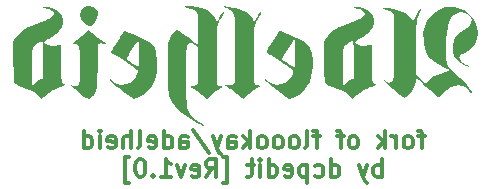
<source format=gbo>
G04 #@! TF.GenerationSoftware,KiCad,Pcbnew,(6.0.1-0)*
G04 #@! TF.CreationDate,2022-07-20T07:33:23-07:00*
G04 #@! TF.ProjectId,plate,706c6174-652e-46b6-9963-61645f706362,rev?*
G04 #@! TF.SameCoordinates,Original*
G04 #@! TF.FileFunction,Legend,Bot*
G04 #@! TF.FilePolarity,Positive*
%FSLAX46Y46*%
G04 Gerber Fmt 4.6, Leading zero omitted, Abs format (unit mm)*
G04 Created by KiCad (PCBNEW (6.0.1-0)) date 2022-07-20 07:33:23*
%MOMM*%
%LPD*%
G01*
G04 APERTURE LIST*
%ADD10C,0.300000*%
%ADD11C,0.500000*%
G04 APERTURE END LIST*
D10*
X324098214Y-342260071D02*
X323526785Y-342260071D01*
X323883928Y-343260071D02*
X323883928Y-341974357D01*
X323812500Y-341831500D01*
X323669642Y-341760071D01*
X323526785Y-341760071D01*
X322812500Y-343260071D02*
X322955357Y-343188642D01*
X323026785Y-343117214D01*
X323098214Y-342974357D01*
X323098214Y-342545785D01*
X323026785Y-342402928D01*
X322955357Y-342331500D01*
X322812500Y-342260071D01*
X322598214Y-342260071D01*
X322455357Y-342331500D01*
X322383928Y-342402928D01*
X322312500Y-342545785D01*
X322312500Y-342974357D01*
X322383928Y-343117214D01*
X322455357Y-343188642D01*
X322598214Y-343260071D01*
X322812500Y-343260071D01*
X321669642Y-343260071D02*
X321669642Y-342260071D01*
X321669642Y-342545785D02*
X321598214Y-342402928D01*
X321526785Y-342331500D01*
X321383928Y-342260071D01*
X321241071Y-342260071D01*
X320741071Y-343260071D02*
X320741071Y-341760071D01*
X320598214Y-342688642D02*
X320169642Y-343260071D01*
X320169642Y-342260071D02*
X320741071Y-342831500D01*
X318169642Y-343260071D02*
X318312500Y-343188642D01*
X318383928Y-343117214D01*
X318455357Y-342974357D01*
X318455357Y-342545785D01*
X318383928Y-342402928D01*
X318312500Y-342331500D01*
X318169642Y-342260071D01*
X317955357Y-342260071D01*
X317812500Y-342331500D01*
X317741071Y-342402928D01*
X317669642Y-342545785D01*
X317669642Y-342974357D01*
X317741071Y-343117214D01*
X317812500Y-343188642D01*
X317955357Y-343260071D01*
X318169642Y-343260071D01*
X317241071Y-342260071D02*
X316669642Y-342260071D01*
X317026785Y-343260071D02*
X317026785Y-341974357D01*
X316955357Y-341831500D01*
X316812500Y-341760071D01*
X316669642Y-341760071D01*
X315241071Y-342260071D02*
X314669642Y-342260071D01*
X315026785Y-343260071D02*
X315026785Y-341974357D01*
X314955357Y-341831500D01*
X314812500Y-341760071D01*
X314669642Y-341760071D01*
X313955357Y-343260071D02*
X314098214Y-343188642D01*
X314169642Y-343045785D01*
X314169642Y-341760071D01*
X313169642Y-343260071D02*
X313312500Y-343188642D01*
X313383928Y-343117214D01*
X313455357Y-342974357D01*
X313455357Y-342545785D01*
X313383928Y-342402928D01*
X313312500Y-342331500D01*
X313169642Y-342260071D01*
X312955357Y-342260071D01*
X312812500Y-342331500D01*
X312741071Y-342402928D01*
X312669642Y-342545785D01*
X312669642Y-342974357D01*
X312741071Y-343117214D01*
X312812500Y-343188642D01*
X312955357Y-343260071D01*
X313169642Y-343260071D01*
X311812500Y-343260071D02*
X311955357Y-343188642D01*
X312026785Y-343117214D01*
X312098214Y-342974357D01*
X312098214Y-342545785D01*
X312026785Y-342402928D01*
X311955357Y-342331500D01*
X311812500Y-342260071D01*
X311598214Y-342260071D01*
X311455357Y-342331500D01*
X311383928Y-342402928D01*
X311312500Y-342545785D01*
X311312500Y-342974357D01*
X311383928Y-343117214D01*
X311455357Y-343188642D01*
X311598214Y-343260071D01*
X311812500Y-343260071D01*
X310455357Y-343260071D02*
X310598214Y-343188642D01*
X310669642Y-343117214D01*
X310741071Y-342974357D01*
X310741071Y-342545785D01*
X310669642Y-342402928D01*
X310598214Y-342331500D01*
X310455357Y-342260071D01*
X310241071Y-342260071D01*
X310098214Y-342331500D01*
X310026785Y-342402928D01*
X309955357Y-342545785D01*
X309955357Y-342974357D01*
X310026785Y-343117214D01*
X310098214Y-343188642D01*
X310241071Y-343260071D01*
X310455357Y-343260071D01*
X309312500Y-343260071D02*
X309312500Y-341760071D01*
X309169642Y-342688642D02*
X308741071Y-343260071D01*
X308741071Y-342260071D02*
X309312500Y-342831500D01*
X307455357Y-343260071D02*
X307455357Y-342474357D01*
X307526785Y-342331500D01*
X307669642Y-342260071D01*
X307955357Y-342260071D01*
X308098214Y-342331500D01*
X307455357Y-343188642D02*
X307598214Y-343260071D01*
X307955357Y-343260071D01*
X308098214Y-343188642D01*
X308169642Y-343045785D01*
X308169642Y-342902928D01*
X308098214Y-342760071D01*
X307955357Y-342688642D01*
X307598214Y-342688642D01*
X307455357Y-342617214D01*
X306883928Y-342260071D02*
X306526785Y-343260071D01*
X306169642Y-342260071D02*
X306526785Y-343260071D01*
X306669642Y-343617214D01*
X306741071Y-343688642D01*
X306883928Y-343760071D01*
X304526785Y-341688642D02*
X305812500Y-343617214D01*
X303383928Y-343260071D02*
X303383928Y-342474357D01*
X303455357Y-342331500D01*
X303598214Y-342260071D01*
X303883928Y-342260071D01*
X304026785Y-342331500D01*
X303383928Y-343188642D02*
X303526785Y-343260071D01*
X303883928Y-343260071D01*
X304026785Y-343188642D01*
X304098214Y-343045785D01*
X304098214Y-342902928D01*
X304026785Y-342760071D01*
X303883928Y-342688642D01*
X303526785Y-342688642D01*
X303383928Y-342617214D01*
X302026785Y-343260071D02*
X302026785Y-341760071D01*
X302026785Y-343188642D02*
X302169642Y-343260071D01*
X302455357Y-343260071D01*
X302598214Y-343188642D01*
X302669642Y-343117214D01*
X302741071Y-342974357D01*
X302741071Y-342545785D01*
X302669642Y-342402928D01*
X302598214Y-342331500D01*
X302455357Y-342260071D01*
X302169642Y-342260071D01*
X302026785Y-342331500D01*
X300741071Y-343188642D02*
X300883928Y-343260071D01*
X301169642Y-343260071D01*
X301312500Y-343188642D01*
X301383928Y-343045785D01*
X301383928Y-342474357D01*
X301312500Y-342331500D01*
X301169642Y-342260071D01*
X300883928Y-342260071D01*
X300741071Y-342331500D01*
X300669642Y-342474357D01*
X300669642Y-342617214D01*
X301383928Y-342760071D01*
X299812500Y-343260071D02*
X299955357Y-343188642D01*
X300026785Y-343045785D01*
X300026785Y-341760071D01*
X299241071Y-343260071D02*
X299241071Y-341760071D01*
X298598214Y-343260071D02*
X298598214Y-342474357D01*
X298669642Y-342331500D01*
X298812500Y-342260071D01*
X299026785Y-342260071D01*
X299169642Y-342331500D01*
X299241071Y-342402928D01*
X297312500Y-343188642D02*
X297455357Y-343260071D01*
X297741071Y-343260071D01*
X297883928Y-343188642D01*
X297955357Y-343045785D01*
X297955357Y-342474357D01*
X297883928Y-342331500D01*
X297741071Y-342260071D01*
X297455357Y-342260071D01*
X297312500Y-342331500D01*
X297241071Y-342474357D01*
X297241071Y-342617214D01*
X297955357Y-342760071D01*
X296598214Y-343260071D02*
X296598214Y-342260071D01*
X296598214Y-341760071D02*
X296669642Y-341831500D01*
X296598214Y-341902928D01*
X296526785Y-341831500D01*
X296598214Y-341760071D01*
X296598214Y-341902928D01*
X295241071Y-343260071D02*
X295241071Y-341760071D01*
X295241071Y-343188642D02*
X295383928Y-343260071D01*
X295669642Y-343260071D01*
X295812500Y-343188642D01*
X295883928Y-343117214D01*
X295955357Y-342974357D01*
X295955357Y-342545785D01*
X295883928Y-342402928D01*
X295812500Y-342331500D01*
X295669642Y-342260071D01*
X295383928Y-342260071D01*
X295241071Y-342331500D01*
X320455357Y-345675071D02*
X320455357Y-344175071D01*
X320455357Y-344746500D02*
X320312500Y-344675071D01*
X320026785Y-344675071D01*
X319883928Y-344746500D01*
X319812500Y-344817928D01*
X319741071Y-344960785D01*
X319741071Y-345389357D01*
X319812500Y-345532214D01*
X319883928Y-345603642D01*
X320026785Y-345675071D01*
X320312500Y-345675071D01*
X320455357Y-345603642D01*
X319241071Y-344675071D02*
X318883928Y-345675071D01*
X318526785Y-344675071D02*
X318883928Y-345675071D01*
X319026785Y-346032214D01*
X319098214Y-346103642D01*
X319241071Y-346175071D01*
X316169642Y-345675071D02*
X316169642Y-344175071D01*
X316169642Y-345603642D02*
X316312500Y-345675071D01*
X316598214Y-345675071D01*
X316741071Y-345603642D01*
X316812500Y-345532214D01*
X316883928Y-345389357D01*
X316883928Y-344960785D01*
X316812500Y-344817928D01*
X316741071Y-344746500D01*
X316598214Y-344675071D01*
X316312500Y-344675071D01*
X316169642Y-344746500D01*
X314812500Y-345603642D02*
X314955357Y-345675071D01*
X315241071Y-345675071D01*
X315383928Y-345603642D01*
X315455357Y-345532214D01*
X315526785Y-345389357D01*
X315526785Y-344960785D01*
X315455357Y-344817928D01*
X315383928Y-344746500D01*
X315241071Y-344675071D01*
X314955357Y-344675071D01*
X314812500Y-344746500D01*
X314169642Y-344675071D02*
X314169642Y-346175071D01*
X314169642Y-344746500D02*
X314026785Y-344675071D01*
X313741071Y-344675071D01*
X313598214Y-344746500D01*
X313526785Y-344817928D01*
X313455357Y-344960785D01*
X313455357Y-345389357D01*
X313526785Y-345532214D01*
X313598214Y-345603642D01*
X313741071Y-345675071D01*
X314026785Y-345675071D01*
X314169642Y-345603642D01*
X312241071Y-345603642D02*
X312383928Y-345675071D01*
X312669642Y-345675071D01*
X312812500Y-345603642D01*
X312883928Y-345460785D01*
X312883928Y-344889357D01*
X312812500Y-344746500D01*
X312669642Y-344675071D01*
X312383928Y-344675071D01*
X312241071Y-344746500D01*
X312169642Y-344889357D01*
X312169642Y-345032214D01*
X312883928Y-345175071D01*
X310883928Y-345675071D02*
X310883928Y-344175071D01*
X310883928Y-345603642D02*
X311026785Y-345675071D01*
X311312500Y-345675071D01*
X311455357Y-345603642D01*
X311526785Y-345532214D01*
X311598214Y-345389357D01*
X311598214Y-344960785D01*
X311526785Y-344817928D01*
X311455357Y-344746500D01*
X311312500Y-344675071D01*
X311026785Y-344675071D01*
X310883928Y-344746500D01*
X310169642Y-345675071D02*
X310169642Y-344675071D01*
X310169642Y-344175071D02*
X310241071Y-344246500D01*
X310169642Y-344317928D01*
X310098214Y-344246500D01*
X310169642Y-344175071D01*
X310169642Y-344317928D01*
X309669642Y-344675071D02*
X309098214Y-344675071D01*
X309455357Y-344175071D02*
X309455357Y-345460785D01*
X309383928Y-345603642D01*
X309241071Y-345675071D01*
X309098214Y-345675071D01*
X307026785Y-346175071D02*
X307383928Y-346175071D01*
X307383928Y-344032214D01*
X307026785Y-344032214D01*
X305598214Y-345675071D02*
X306098214Y-344960785D01*
X306455357Y-345675071D02*
X306455357Y-344175071D01*
X305883928Y-344175071D01*
X305741071Y-344246500D01*
X305669642Y-344317928D01*
X305598214Y-344460785D01*
X305598214Y-344675071D01*
X305669642Y-344817928D01*
X305741071Y-344889357D01*
X305883928Y-344960785D01*
X306455357Y-344960785D01*
X304383928Y-345603642D02*
X304526785Y-345675071D01*
X304812500Y-345675071D01*
X304955357Y-345603642D01*
X305026785Y-345460785D01*
X305026785Y-344889357D01*
X304955357Y-344746500D01*
X304812500Y-344675071D01*
X304526785Y-344675071D01*
X304383928Y-344746500D01*
X304312500Y-344889357D01*
X304312500Y-345032214D01*
X305026785Y-345175071D01*
X303812500Y-344675071D02*
X303455357Y-345675071D01*
X303098214Y-344675071D01*
X301741071Y-345675071D02*
X302598214Y-345675071D01*
X302169642Y-345675071D02*
X302169642Y-344175071D01*
X302312500Y-344389357D01*
X302455357Y-344532214D01*
X302598214Y-344603642D01*
X301098214Y-345532214D02*
X301026785Y-345603642D01*
X301098214Y-345675071D01*
X301169642Y-345603642D01*
X301098214Y-345532214D01*
X301098214Y-345675071D01*
X300098214Y-344175071D02*
X299955357Y-344175071D01*
X299812500Y-344246500D01*
X299741071Y-344317928D01*
X299669642Y-344460785D01*
X299598214Y-344746500D01*
X299598214Y-345103642D01*
X299669642Y-345389357D01*
X299741071Y-345532214D01*
X299812500Y-345603642D01*
X299955357Y-345675071D01*
X300098214Y-345675071D01*
X300241071Y-345603642D01*
X300312500Y-345532214D01*
X300383928Y-345389357D01*
X300455357Y-345103642D01*
X300455357Y-344746500D01*
X300383928Y-344460785D01*
X300312500Y-344317928D01*
X300241071Y-344246500D01*
X300098214Y-344175071D01*
X299098214Y-346175071D02*
X298741071Y-346175071D01*
X298741071Y-344032214D01*
X299098214Y-344032214D01*
G36*
X304355764Y-331219476D02*
G01*
X304835536Y-331281606D01*
X305282754Y-331408939D01*
X305681524Y-331593076D01*
X306015947Y-331825620D01*
X306270129Y-332098173D01*
X306428172Y-332402335D01*
X306493676Y-332600814D01*
X306650042Y-332314876D01*
X306800601Y-332053897D01*
X306939834Y-331845811D01*
X307046506Y-331726357D01*
X307114344Y-331703793D01*
X307123155Y-331720109D01*
X307098033Y-331806367D01*
X307018734Y-331931505D01*
X307004375Y-331951203D01*
X306906307Y-332113868D01*
X306794193Y-332334614D01*
X306689564Y-332571569D01*
X306509065Y-333016714D01*
X306491887Y-335398152D01*
X306488022Y-335936089D01*
X306485147Y-336452462D01*
X306485157Y-336872892D01*
X306489340Y-337207232D01*
X306498987Y-337465336D01*
X306515386Y-337657057D01*
X306539827Y-337792249D01*
X306573600Y-337880765D01*
X306617993Y-337932458D01*
X306674297Y-337957182D01*
X306743799Y-337964791D01*
X306827791Y-337965138D01*
X306881063Y-337967176D01*
X306977518Y-337999207D01*
X306968531Y-338068310D01*
X306855387Y-338172148D01*
X306639368Y-338308381D01*
X306444803Y-338431248D01*
X306191496Y-338616002D01*
X305971522Y-338800510D01*
X305656232Y-339092414D01*
X305289512Y-338781315D01*
X305274713Y-338768812D01*
X305050789Y-338588437D01*
X304814523Y-338410966D01*
X304614690Y-338273126D01*
X304579499Y-338250421D01*
X304398445Y-338122622D01*
X304319895Y-338040942D01*
X304342787Y-338003485D01*
X304466056Y-338008358D01*
X304580678Y-338005753D01*
X304766394Y-337917773D01*
X304907263Y-337803782D01*
X304924877Y-336233035D01*
X304942490Y-334662289D01*
X304671938Y-334483082D01*
X304502984Y-334380486D01*
X304334060Y-334315911D01*
X304202056Y-334327908D01*
X304082463Y-334413587D01*
X304059088Y-334439527D01*
X304019070Y-334503013D01*
X303986266Y-334591556D01*
X303960126Y-334715082D01*
X303940100Y-334883515D01*
X303925639Y-335106784D01*
X303916194Y-335394814D01*
X303911216Y-335757530D01*
X303910155Y-336204861D01*
X303912463Y-336746730D01*
X303917589Y-337393066D01*
X303920635Y-337724452D01*
X303925817Y-338234909D01*
X303931259Y-338649818D01*
X303937668Y-338981281D01*
X303945753Y-339241399D01*
X303956224Y-339442271D01*
X303969787Y-339596001D01*
X303987153Y-339714687D01*
X304009029Y-339810432D01*
X304036123Y-339895336D01*
X304069146Y-339981501D01*
X304184154Y-340215566D01*
X304443465Y-340572390D01*
X304771605Y-340883105D01*
X305140572Y-341118008D01*
X305157973Y-341126633D01*
X305334952Y-341221814D01*
X305460331Y-341302518D01*
X305507939Y-341352071D01*
X305499734Y-341372720D01*
X305437308Y-341377313D01*
X305305230Y-341335230D01*
X305093682Y-341242971D01*
X304792849Y-341097035D01*
X304287569Y-340817730D01*
X303775890Y-340472472D01*
X303328131Y-340101597D01*
X302960761Y-339718884D01*
X302690251Y-339338111D01*
X302679941Y-339320159D01*
X302601700Y-339174631D01*
X302537494Y-339029626D01*
X302485901Y-338872374D01*
X302445503Y-338690104D01*
X302414878Y-338470047D01*
X302392607Y-338199433D01*
X302377270Y-337865492D01*
X302367448Y-337455453D01*
X302361720Y-336956547D01*
X302358666Y-336356003D01*
X302351863Y-334319175D01*
X302506480Y-334011188D01*
X302526776Y-333971596D01*
X302658305Y-333744694D01*
X302801231Y-333537642D01*
X302939142Y-333370660D01*
X303055625Y-333263969D01*
X303134265Y-333237790D01*
X303158102Y-333250637D01*
X303266823Y-333320863D01*
X303441133Y-333439821D01*
X303662936Y-333595065D01*
X303914135Y-333774149D01*
X304024941Y-333853700D01*
X304279564Y-334035588D01*
X304504770Y-334195253D01*
X304679452Y-334317769D01*
X304782500Y-334388209D01*
X304943772Y-334493837D01*
X304925518Y-333174784D01*
X304921194Y-332879835D01*
X304914448Y-332523321D01*
X304906149Y-332256035D01*
X304894912Y-332062873D01*
X304879350Y-331928729D01*
X304858076Y-331838496D01*
X304829705Y-331777071D01*
X304792849Y-331729347D01*
X304616631Y-331582681D01*
X304331877Y-331441318D01*
X304004907Y-331356658D01*
X303958592Y-331349295D01*
X303796433Y-331311746D01*
X303742560Y-331275419D01*
X303791922Y-331244406D01*
X303939470Y-331222799D01*
X304180154Y-331214687D01*
X304355764Y-331219476D01*
G37*
G36*
X314624146Y-335799417D02*
G01*
X314640172Y-336308405D01*
X314605103Y-336805531D01*
X314520013Y-337260111D01*
X314385973Y-337641461D01*
X314182359Y-338002443D01*
X313855139Y-338395198D01*
X313445628Y-338716161D01*
X312944876Y-338973606D01*
X312802807Y-339032342D01*
X312672273Y-339085454D01*
X312616671Y-339106864D01*
X312607025Y-339101043D01*
X312525658Y-339041774D01*
X312372641Y-338926635D01*
X312161159Y-338765645D01*
X311904398Y-338568823D01*
X311615545Y-338346189D01*
X311514963Y-338268006D01*
X311228041Y-338039523D01*
X310980896Y-337834634D01*
X310786495Y-337664562D01*
X310657804Y-337540535D01*
X310607792Y-337473779D01*
X310607702Y-337473291D01*
X310606052Y-337413870D01*
X310647665Y-337425957D01*
X310750810Y-337514792D01*
X310909928Y-337641057D01*
X311239314Y-337803112D01*
X311589098Y-337867025D01*
X311939666Y-337835798D01*
X312271404Y-337712430D01*
X312564699Y-337499923D01*
X312799937Y-337201278D01*
X312840951Y-337126884D01*
X312926829Y-336940349D01*
X312975912Y-336788465D01*
X312978735Y-336773144D01*
X312982669Y-336720279D01*
X312967598Y-336668641D01*
X312922460Y-336609257D01*
X312836196Y-336533155D01*
X312697744Y-336431361D01*
X312496046Y-336294904D01*
X312220039Y-336114811D01*
X311858665Y-335882109D01*
X311641640Y-335742267D01*
X311610885Y-335722306D01*
X312021738Y-335722306D01*
X312039606Y-335764217D01*
X312073734Y-335791382D01*
X312197109Y-335876695D01*
X312378400Y-335994576D01*
X312591862Y-336128062D01*
X312721978Y-336207375D01*
X312905659Y-336317152D01*
X313036543Y-336392533D01*
X313092425Y-336420543D01*
X313095379Y-336411190D01*
X313102130Y-336314736D01*
X313107936Y-336127042D01*
X313112480Y-335864561D01*
X313115440Y-335543747D01*
X313116498Y-335181053D01*
X313116279Y-335024685D01*
X313114131Y-334680544D01*
X313109983Y-334386924D01*
X313104196Y-334159798D01*
X313097128Y-334015138D01*
X313089142Y-333968919D01*
X313059191Y-334011005D01*
X312975646Y-334135821D01*
X312849717Y-334327014D01*
X312691932Y-334568592D01*
X312512814Y-334844564D01*
X312345605Y-335105144D01*
X312192019Y-335352746D01*
X312091286Y-335529512D01*
X312036745Y-335648385D01*
X312021738Y-335722306D01*
X311610885Y-335722306D01*
X311339610Y-335546238D01*
X311080003Y-335376048D01*
X310876324Y-335240626D01*
X310742078Y-335148904D01*
X310690769Y-335109812D01*
X310693218Y-335096566D01*
X310739065Y-335005359D01*
X310831865Y-334845251D01*
X310959797Y-334634731D01*
X311111040Y-334392290D01*
X311273773Y-334136417D01*
X311436175Y-333885604D01*
X311586424Y-333658341D01*
X311712700Y-333473117D01*
X311803182Y-333348424D01*
X311846048Y-333302750D01*
X311846771Y-333302799D01*
X311914104Y-333326307D01*
X312068645Y-333387974D01*
X312293402Y-333480787D01*
X312571387Y-333597735D01*
X312885608Y-333731804D01*
X313049862Y-333802932D01*
X313451116Y-333984971D01*
X313763225Y-334144662D01*
X314000236Y-334293184D01*
X314176198Y-334441717D01*
X314305158Y-334601438D01*
X314401165Y-334783526D01*
X314478265Y-334999161D01*
X314523836Y-335181053D01*
X314555955Y-335309254D01*
X314624146Y-335799417D01*
G37*
G36*
X293322881Y-336096156D02*
G01*
X293325274Y-336571118D01*
X293332145Y-336946493D01*
X293345009Y-337234242D01*
X293365384Y-337446321D01*
X293394787Y-337594690D01*
X293434732Y-337691307D01*
X293486739Y-337748131D01*
X293552322Y-337777120D01*
X293576239Y-337783970D01*
X293658778Y-337835291D01*
X293629826Y-337900964D01*
X293490926Y-337979531D01*
X293243621Y-338069528D01*
X293193656Y-338086157D01*
X292905982Y-338205471D01*
X292593509Y-338366244D01*
X292289483Y-338548796D01*
X292027147Y-338733449D01*
X291839746Y-338900525D01*
X291820787Y-338920990D01*
X291727102Y-339014195D01*
X291675732Y-339052075D01*
X291646386Y-339032435D01*
X291555727Y-338950182D01*
X291430632Y-338825613D01*
X291261975Y-338671842D01*
X291020873Y-338509286D01*
X290717661Y-338361843D01*
X290326578Y-338215274D01*
X290047065Y-338111371D01*
X289717974Y-337952073D01*
X289493859Y-337786071D01*
X289369051Y-337609779D01*
X289355290Y-337570113D01*
X289333003Y-337459563D01*
X289315977Y-337294395D01*
X289303671Y-337062655D01*
X289295548Y-336752390D01*
X289291614Y-336400399D01*
X290862894Y-336400399D01*
X290862897Y-336433291D01*
X290863473Y-336840274D01*
X290864950Y-337205924D01*
X290867195Y-337515625D01*
X290870073Y-337754759D01*
X290873452Y-337908712D01*
X290877196Y-337962866D01*
X290918889Y-337929792D01*
X291022421Y-337838530D01*
X291163911Y-337709830D01*
X291303524Y-337593978D01*
X291474427Y-337480109D01*
X291607267Y-337421520D01*
X291778209Y-337383975D01*
X291778209Y-335786718D01*
X291778128Y-335549959D01*
X291777146Y-335130021D01*
X291774423Y-334806250D01*
X291769185Y-334566275D01*
X291760654Y-334397727D01*
X291748056Y-334288236D01*
X291730614Y-334225431D01*
X291707553Y-334196944D01*
X291678097Y-334190403D01*
X291665625Y-334190921D01*
X291504373Y-334239070D01*
X291312723Y-334347374D01*
X291129443Y-334490259D01*
X290993302Y-334642149D01*
X290959267Y-334694914D01*
X290928056Y-334756812D01*
X290904432Y-334833460D01*
X290887340Y-334939094D01*
X290875723Y-335087954D01*
X290868527Y-335294276D01*
X290864693Y-335572299D01*
X290863168Y-335936261D01*
X290862894Y-336400399D01*
X289291614Y-336400399D01*
X289291069Y-336351647D01*
X289289696Y-335848471D01*
X289289696Y-334275273D01*
X289452250Y-333944233D01*
X289573422Y-333743172D01*
X289802770Y-333488049D01*
X290115003Y-333246766D01*
X290517961Y-333014317D01*
X291019486Y-332785700D01*
X291627418Y-332555908D01*
X291923994Y-332447603D01*
X292225452Y-332320452D01*
X292441171Y-332202470D01*
X292585975Y-332085225D01*
X292674687Y-331960287D01*
X292701041Y-331889242D01*
X292687897Y-331730447D01*
X292573249Y-331595495D01*
X292365692Y-331492007D01*
X292073823Y-331427603D01*
X292008569Y-331418269D01*
X291865330Y-331389670D01*
X291792554Y-331362515D01*
X291769477Y-331315897D01*
X291823051Y-331284038D01*
X291948064Y-331278296D01*
X292123190Y-331295460D01*
X292327104Y-331332321D01*
X292538479Y-331385667D01*
X292735990Y-331452288D01*
X292898310Y-331528975D01*
X293178479Y-331749992D01*
X293376272Y-332031166D01*
X293479077Y-332349920D01*
X293480924Y-332687543D01*
X293375842Y-333025326D01*
X293345153Y-333083278D01*
X293156433Y-333339119D01*
X292894291Y-333593512D01*
X292588472Y-333820436D01*
X292268720Y-333993869D01*
X292250641Y-334001819D01*
X292069580Y-334090431D01*
X291941322Y-334169209D01*
X291892624Y-334221929D01*
X291931714Y-334321101D01*
X292062711Y-334423766D01*
X292262258Y-334505171D01*
X292505775Y-334558190D01*
X292768679Y-334575698D01*
X293026389Y-334550569D01*
X293322804Y-334491961D01*
X293322804Y-335967393D01*
X293322881Y-336096156D01*
G37*
G36*
X307238457Y-331239889D02*
G01*
X307254882Y-331243335D01*
X307389966Y-331270678D01*
X307592343Y-331310798D01*
X307824831Y-331356312D01*
X308130881Y-331421490D01*
X308585963Y-331548937D01*
X308944237Y-331697996D01*
X309216530Y-331874830D01*
X309413668Y-332085605D01*
X309546477Y-332336483D01*
X309644402Y-332592896D01*
X309794676Y-332318544D01*
X309816961Y-332278252D01*
X309965583Y-332029845D01*
X310097641Y-331842783D01*
X310202268Y-331731054D01*
X310268593Y-331708646D01*
X310279721Y-331763129D01*
X310230948Y-331863720D01*
X310133590Y-332014047D01*
X309986238Y-332284141D01*
X309845288Y-332583933D01*
X309733713Y-332867064D01*
X309713201Y-332930817D01*
X309689669Y-333023493D01*
X309670805Y-333133793D01*
X309656102Y-333273815D01*
X309645053Y-333455659D01*
X309637150Y-333691422D01*
X309631886Y-333993203D01*
X309628755Y-334373102D01*
X309627248Y-334843216D01*
X309626858Y-335415644D01*
X309626875Y-335637629D01*
X309627534Y-336198435D01*
X309630187Y-336658336D01*
X309636225Y-337027340D01*
X309647040Y-337315453D01*
X309664022Y-337532684D01*
X309688563Y-337689039D01*
X309722054Y-337794526D01*
X309765887Y-337859151D01*
X309821452Y-337892922D01*
X309890141Y-337905846D01*
X309973345Y-337907930D01*
X310091645Y-337919811D01*
X310132584Y-337962996D01*
X310066470Y-338034736D01*
X309894425Y-338131853D01*
X309824522Y-338171060D01*
X309644497Y-338295613D01*
X309432911Y-338463293D01*
X309222240Y-338649111D01*
X309095977Y-338765373D01*
X308930899Y-338911084D01*
X308808475Y-339011374D01*
X308748676Y-339049365D01*
X308719057Y-339036837D01*
X308612833Y-338966856D01*
X308453425Y-338849001D01*
X308262415Y-338698830D01*
X308188534Y-338639994D01*
X307935993Y-338447588D01*
X307679766Y-338262946D01*
X307465353Y-338119156D01*
X307433504Y-338098943D01*
X307271137Y-337990414D01*
X307162424Y-337908336D01*
X307129453Y-337869149D01*
X307147497Y-337865028D01*
X307249239Y-337875707D01*
X307404436Y-337908876D01*
X307559509Y-337938365D01*
X307778305Y-337926255D01*
X307929342Y-337827706D01*
X308021296Y-337638920D01*
X308027328Y-337608867D01*
X308042020Y-337455412D01*
X308054475Y-337207769D01*
X308064703Y-336880668D01*
X308072714Y-336488839D01*
X308078519Y-336047013D01*
X308082127Y-335569918D01*
X308083550Y-335072286D01*
X308082796Y-334568847D01*
X308079877Y-334074331D01*
X308074803Y-333603467D01*
X308067584Y-333170987D01*
X308058229Y-332791620D01*
X308046750Y-332480097D01*
X308033157Y-332251147D01*
X308017460Y-332119501D01*
X307996323Y-332036315D01*
X307856204Y-331742487D01*
X307636551Y-331522400D01*
X307349416Y-331389229D01*
X307279076Y-331367174D01*
X307162539Y-331311839D01*
X307108544Y-331260903D01*
X307129661Y-331231281D01*
X307238457Y-331239889D01*
G37*
G36*
X301466488Y-335799417D02*
G01*
X301482514Y-336308405D01*
X301447446Y-336805531D01*
X301362356Y-337260111D01*
X301228315Y-337641461D01*
X301024701Y-338002443D01*
X300697481Y-338395198D01*
X300287971Y-338716161D01*
X299787218Y-338973606D01*
X299645149Y-339032342D01*
X299514616Y-339085454D01*
X299459013Y-339106864D01*
X299449367Y-339101043D01*
X299368001Y-339041774D01*
X299214983Y-338926635D01*
X299003501Y-338765645D01*
X298746740Y-338568823D01*
X298457887Y-338346189D01*
X298357305Y-338268006D01*
X298070384Y-338039523D01*
X297823239Y-337834634D01*
X297628837Y-337664562D01*
X297500147Y-337540535D01*
X297450135Y-337473779D01*
X297450045Y-337473291D01*
X297448395Y-337413870D01*
X297490007Y-337425957D01*
X297593153Y-337514792D01*
X297752271Y-337641057D01*
X298081656Y-337803112D01*
X298431440Y-337867025D01*
X298782008Y-337835798D01*
X299113747Y-337712430D01*
X299407042Y-337499923D01*
X299642280Y-337201278D01*
X299683294Y-337126884D01*
X299769171Y-336940349D01*
X299818254Y-336788465D01*
X299821077Y-336773144D01*
X299825012Y-336720279D01*
X299809940Y-336668641D01*
X299764803Y-336609257D01*
X299678538Y-336533155D01*
X299540087Y-336431361D01*
X299338388Y-336294904D01*
X299062382Y-336114811D01*
X298701007Y-335882109D01*
X298483982Y-335742267D01*
X298453227Y-335722306D01*
X298864081Y-335722306D01*
X298881948Y-335764217D01*
X298916076Y-335791382D01*
X299039451Y-335876695D01*
X299220743Y-335994576D01*
X299434205Y-336128062D01*
X299564321Y-336207375D01*
X299748001Y-336317152D01*
X299878885Y-336392533D01*
X299934768Y-336420543D01*
X299937722Y-336411190D01*
X299944472Y-336314736D01*
X299950279Y-336127042D01*
X299954822Y-335864561D01*
X299957782Y-335543747D01*
X299958840Y-335181053D01*
X299958621Y-335024685D01*
X299956474Y-334680544D01*
X299952326Y-334386924D01*
X299946538Y-334159798D01*
X299939471Y-334015138D01*
X299931485Y-333968919D01*
X299901534Y-334011005D01*
X299817988Y-334135821D01*
X299692060Y-334327014D01*
X299534274Y-334568592D01*
X299355156Y-334844564D01*
X299187947Y-335105144D01*
X299034361Y-335352746D01*
X298933628Y-335529512D01*
X298879087Y-335648385D01*
X298864081Y-335722306D01*
X298453227Y-335722306D01*
X298181952Y-335546238D01*
X297922345Y-335376048D01*
X297718667Y-335240626D01*
X297584420Y-335148904D01*
X297533111Y-335109812D01*
X297535561Y-335096566D01*
X297581408Y-335005359D01*
X297674208Y-334845251D01*
X297802140Y-334634731D01*
X297953383Y-334392290D01*
X298116115Y-334136417D01*
X298278517Y-333885604D01*
X298428766Y-333658341D01*
X298555043Y-333473117D01*
X298645524Y-333348424D01*
X298688391Y-333302750D01*
X298689113Y-333302799D01*
X298756447Y-333326307D01*
X298910987Y-333387974D01*
X299135745Y-333480787D01*
X299413729Y-333597735D01*
X299727950Y-333731804D01*
X299892204Y-333802932D01*
X300293458Y-333984971D01*
X300605567Y-334144662D01*
X300842578Y-334293184D01*
X301018540Y-334441717D01*
X301147500Y-334601438D01*
X301243507Y-334783526D01*
X301320608Y-334999161D01*
X301366179Y-335181053D01*
X301398297Y-335309254D01*
X301466488Y-335799417D01*
G37*
G36*
X295868047Y-333439549D02*
G01*
X295898200Y-333468124D01*
X296163888Y-333702545D01*
X296448505Y-333928396D01*
X296719420Y-334120934D01*
X296944004Y-334255416D01*
X296979160Y-334274150D01*
X297099208Y-334362384D01*
X297113798Y-334423477D01*
X297029894Y-334445043D01*
X296854460Y-334414694D01*
X296679947Y-334384934D01*
X296527241Y-334417845D01*
X296499832Y-334434870D01*
X296471783Y-334466344D01*
X296450412Y-334520969D01*
X296434799Y-334611784D01*
X296424021Y-334751826D01*
X296417158Y-334954132D01*
X296413288Y-335231740D01*
X296411490Y-335597687D01*
X296410843Y-336065011D01*
X296408813Y-336597921D01*
X296401174Y-337120026D01*
X296385819Y-337549410D01*
X296360609Y-337897693D01*
X296323405Y-338176498D01*
X296272069Y-338397445D01*
X296204461Y-338572157D01*
X296118442Y-338712255D01*
X296011873Y-338829360D01*
X295882616Y-338935095D01*
X295828791Y-338973837D01*
X295739762Y-339027034D01*
X295653425Y-339050874D01*
X295557093Y-339038788D01*
X295438082Y-338984206D01*
X295283706Y-338880560D01*
X295081280Y-338721279D01*
X294818118Y-338499795D01*
X294481535Y-338209539D01*
X294290921Y-338039825D01*
X294165751Y-337915156D01*
X294132542Y-337858401D01*
X294191271Y-337869513D01*
X294341910Y-337948445D01*
X294404808Y-337981970D01*
X294530586Y-338015206D01*
X294658296Y-337979591D01*
X294664698Y-337976610D01*
X294742555Y-337925125D01*
X294803755Y-337845089D01*
X294849942Y-337724251D01*
X294882758Y-337550363D01*
X294903847Y-337311174D01*
X294914851Y-336994435D01*
X294917413Y-336587898D01*
X294913178Y-336079311D01*
X294910840Y-335895112D01*
X294905279Y-335506879D01*
X294898911Y-335212080D01*
X294890194Y-334995724D01*
X294877582Y-334842816D01*
X294859532Y-334738363D01*
X294834500Y-334667372D01*
X294800942Y-334614850D01*
X294757314Y-334565803D01*
X294634404Y-334469430D01*
X294456976Y-334418291D01*
X294401441Y-334416594D01*
X294315122Y-334393495D01*
X294322614Y-334338875D01*
X294427171Y-334247041D01*
X294632051Y-334112300D01*
X294641122Y-334106654D01*
X294855244Y-333954833D01*
X295092707Y-333759823D01*
X295303759Y-333562357D01*
X295638741Y-333220253D01*
X295868047Y-333439549D01*
G37*
G36*
X295796256Y-331232003D02*
G01*
X296059332Y-331308943D01*
X296273109Y-331453683D01*
X296416696Y-331651457D01*
X296469200Y-331887501D01*
X296462181Y-331983597D01*
X296383303Y-332257892D01*
X296233628Y-332529680D01*
X296034270Y-332756768D01*
X295974822Y-332806232D01*
X295846324Y-332895523D01*
X295760703Y-332930903D01*
X295694539Y-332912964D01*
X295553423Y-332832438D01*
X295390104Y-332710165D01*
X295237472Y-332571571D01*
X295128413Y-332442080D01*
X295019534Y-332227102D01*
X294963180Y-331951817D01*
X294993945Y-331694933D01*
X295105092Y-331476177D01*
X295289887Y-331315278D01*
X295541592Y-331231963D01*
X295796256Y-331232003D01*
G37*
G36*
X319638196Y-336096156D02*
G01*
X319640590Y-336571118D01*
X319647460Y-336946493D01*
X319660325Y-337234242D01*
X319680700Y-337446321D01*
X319710102Y-337594690D01*
X319750048Y-337691307D01*
X319802054Y-337748131D01*
X319867637Y-337777120D01*
X319891554Y-337783970D01*
X319974093Y-337835291D01*
X319945141Y-337900964D01*
X319806242Y-337979531D01*
X319558936Y-338069528D01*
X319508972Y-338086157D01*
X319221297Y-338205471D01*
X318908825Y-338366244D01*
X318604798Y-338548796D01*
X318342463Y-338733449D01*
X318155062Y-338900525D01*
X318136102Y-338920990D01*
X318042418Y-339014195D01*
X317991047Y-339052075D01*
X317961701Y-339032435D01*
X317871042Y-338950182D01*
X317745948Y-338825613D01*
X317577290Y-338671842D01*
X317336188Y-338509286D01*
X317032976Y-338361843D01*
X316641893Y-338215274D01*
X316362380Y-338111371D01*
X316033289Y-337952073D01*
X315809174Y-337786071D01*
X315684366Y-337609779D01*
X315670605Y-337570113D01*
X315648319Y-337459563D01*
X315631292Y-337294395D01*
X315618986Y-337062655D01*
X315610863Y-336752390D01*
X315606929Y-336400399D01*
X317178209Y-336400399D01*
X317178213Y-336433291D01*
X317178789Y-336840274D01*
X317180266Y-337205924D01*
X317182510Y-337515625D01*
X317185389Y-337754759D01*
X317188767Y-337908712D01*
X317192511Y-337962866D01*
X317234205Y-337929792D01*
X317337736Y-337838530D01*
X317479226Y-337709830D01*
X317618839Y-337593978D01*
X317789742Y-337480109D01*
X317922582Y-337421520D01*
X318093525Y-337383975D01*
X318093525Y-335786718D01*
X318093444Y-335549959D01*
X318092461Y-335130021D01*
X318089739Y-334806250D01*
X318084500Y-334566275D01*
X318075969Y-334397727D01*
X318063371Y-334288236D01*
X318045929Y-334225431D01*
X318022868Y-334196944D01*
X317993412Y-334190403D01*
X317980940Y-334190921D01*
X317819688Y-334239070D01*
X317628038Y-334347374D01*
X317444758Y-334490259D01*
X317308617Y-334642149D01*
X317274583Y-334694914D01*
X317243371Y-334756812D01*
X317219747Y-334833460D01*
X317202655Y-334939094D01*
X317191039Y-335087954D01*
X317183842Y-335294276D01*
X317180009Y-335572299D01*
X317178483Y-335936261D01*
X317178209Y-336400399D01*
X315606929Y-336400399D01*
X315606384Y-336351647D01*
X315605011Y-335848471D01*
X315605011Y-334275273D01*
X315767565Y-333944233D01*
X315888737Y-333743172D01*
X316118085Y-333488049D01*
X316430318Y-333246766D01*
X316833277Y-333014317D01*
X317334802Y-332785700D01*
X317942733Y-332555908D01*
X318239310Y-332447603D01*
X318540768Y-332320452D01*
X318756487Y-332202470D01*
X318901290Y-332085225D01*
X318990002Y-331960287D01*
X319016356Y-331889242D01*
X319003213Y-331730447D01*
X318888564Y-331595495D01*
X318681007Y-331492007D01*
X318389138Y-331427603D01*
X318323884Y-331418269D01*
X318180646Y-331389670D01*
X318107869Y-331362515D01*
X318084793Y-331315897D01*
X318138367Y-331284038D01*
X318263380Y-331278296D01*
X318438506Y-331295460D01*
X318642419Y-331332321D01*
X318853794Y-331385667D01*
X319051305Y-331452288D01*
X319213626Y-331528975D01*
X319493794Y-331749992D01*
X319691587Y-332031166D01*
X319794392Y-332349920D01*
X319796240Y-332687543D01*
X319691158Y-333025326D01*
X319660469Y-333083278D01*
X319471748Y-333339119D01*
X319209606Y-333593512D01*
X318903788Y-333820436D01*
X318584036Y-333993869D01*
X318565956Y-334001819D01*
X318384895Y-334090431D01*
X318256637Y-334169209D01*
X318207939Y-334221929D01*
X318247029Y-334321101D01*
X318378026Y-334423766D01*
X318577573Y-334505171D01*
X318821090Y-334558190D01*
X319083994Y-334575698D01*
X319341705Y-334550569D01*
X319638119Y-334491961D01*
X319638119Y-335967393D01*
X319638196Y-336096156D01*
G37*
G36*
X326330094Y-331307314D02*
G01*
X326651775Y-331322278D01*
X326907505Y-331363087D01*
X327140990Y-331436489D01*
X327437512Y-331576473D01*
X327831356Y-331852987D01*
X328158390Y-332196719D01*
X328406715Y-332591327D01*
X328564434Y-333020466D01*
X328619651Y-333467793D01*
X328618321Y-333542862D01*
X328548756Y-333998011D01*
X328378150Y-334406356D01*
X328112862Y-334759091D01*
X327759250Y-335047411D01*
X327323673Y-335262510D01*
X327263342Y-335285460D01*
X327122658Y-335353507D01*
X327054461Y-335429067D01*
X327029245Y-335539943D01*
X327055389Y-335694129D01*
X327174758Y-335874222D01*
X327371924Y-336039298D01*
X327628405Y-336169924D01*
X327710502Y-336205014D01*
X327825111Y-336271761D01*
X327877155Y-336325808D01*
X327855057Y-336351322D01*
X327747241Y-336332467D01*
X327585837Y-336278732D01*
X327172688Y-336076446D01*
X326850296Y-335806785D01*
X326615885Y-335467624D01*
X326584816Y-335404214D01*
X326517225Y-335223043D01*
X326484168Y-335024878D01*
X326476104Y-334761534D01*
X326485518Y-334560675D01*
X326575556Y-334130843D01*
X326760048Y-333764830D01*
X327037985Y-333464291D01*
X327408360Y-333230882D01*
X327694703Y-333066321D01*
X327929001Y-332858482D01*
X328060600Y-332636071D01*
X328085648Y-332405960D01*
X328000294Y-332175019D01*
X327974782Y-332136141D01*
X327759533Y-331919051D01*
X327487609Y-331787526D01*
X327183819Y-331749532D01*
X326872969Y-331813033D01*
X326782482Y-331852204D01*
X326539586Y-332016079D01*
X326339249Y-332253742D01*
X326179479Y-332571268D01*
X326058284Y-332974734D01*
X325973672Y-333470216D01*
X325923650Y-334063791D01*
X325906227Y-334761534D01*
X325906232Y-334942724D01*
X325914166Y-335376509D01*
X325941850Y-335726327D01*
X325999588Y-336013914D01*
X326097685Y-336261007D01*
X326246444Y-336489340D01*
X326456170Y-336720650D01*
X326737167Y-336976671D01*
X327099738Y-337279140D01*
X327311478Y-337467307D01*
X327526316Y-337686043D01*
X327722936Y-337911573D01*
X327888300Y-338126877D01*
X328009368Y-338314932D01*
X328073102Y-338458717D01*
X328066463Y-338541208D01*
X328042625Y-338556295D01*
X327973532Y-338526799D01*
X327878232Y-338397873D01*
X327816888Y-338311467D01*
X327587182Y-338101926D01*
X327304427Y-337960091D01*
X327007658Y-337907930D01*
X326707704Y-337957143D01*
X326375232Y-338098573D01*
X326030444Y-338321851D01*
X325692582Y-338616608D01*
X325527373Y-338779085D01*
X325409817Y-338883302D01*
X325331991Y-338928153D01*
X325273203Y-338925269D01*
X325212763Y-338886276D01*
X325211644Y-338885399D01*
X325131312Y-338817030D01*
X324982442Y-338685601D01*
X324780459Y-338504912D01*
X324540792Y-338288761D01*
X324278867Y-338050948D01*
X324257159Y-338031183D01*
X324003286Y-337801346D01*
X323778562Y-337600220D01*
X323596775Y-337439967D01*
X323471711Y-337332750D01*
X323417157Y-337290732D01*
X323390186Y-337327768D01*
X323358582Y-337451297D01*
X323331203Y-337633649D01*
X323238413Y-338078793D01*
X323066998Y-338446291D01*
X322816154Y-338733117D01*
X322484500Y-338941406D01*
X322465827Y-338949521D01*
X322411239Y-338963972D01*
X322349943Y-338956068D01*
X322268689Y-338916999D01*
X322154225Y-338837953D01*
X321993302Y-338710120D01*
X321772668Y-338524687D01*
X321479073Y-338272845D01*
X321436164Y-338235818D01*
X321180149Y-338011176D01*
X320960821Y-337812487D01*
X320790873Y-337651709D01*
X320682995Y-337540795D01*
X320649877Y-337491702D01*
X320660673Y-337485458D01*
X320736461Y-337512517D01*
X320851649Y-337594759D01*
X320934700Y-337656780D01*
X321102474Y-337718598D01*
X321248055Y-337669305D01*
X321380042Y-337507480D01*
X321382300Y-337503613D01*
X321409925Y-337451670D01*
X321432863Y-337392379D01*
X321451639Y-337315034D01*
X321466783Y-337208928D01*
X321478822Y-337063354D01*
X321488284Y-336867607D01*
X321495696Y-336610979D01*
X321501586Y-336282764D01*
X321506482Y-335872256D01*
X321510912Y-335368748D01*
X321515404Y-334761534D01*
X321518029Y-334321821D01*
X321519581Y-333661316D01*
X321517419Y-333112639D01*
X321511517Y-332674198D01*
X321501851Y-332344399D01*
X321488395Y-332121649D01*
X321471122Y-332004355D01*
X321467890Y-331993672D01*
X321341962Y-331761788D01*
X321130819Y-331605246D01*
X320833204Y-331523096D01*
X320715320Y-331504440D01*
X320580060Y-331467751D01*
X320546764Y-331433658D01*
X320607476Y-331408375D01*
X320754242Y-331398118D01*
X320979107Y-331409101D01*
X320999126Y-331410967D01*
X321503464Y-331492291D01*
X321976107Y-331631892D01*
X322396929Y-331820802D01*
X322745804Y-332050055D01*
X323002606Y-332310682D01*
X323206935Y-332584374D01*
X323326904Y-332168435D01*
X323330850Y-332154878D01*
X323417268Y-331903285D01*
X323514926Y-331685990D01*
X323612720Y-331521793D01*
X323699546Y-331429494D01*
X323764299Y-331427894D01*
X323774049Y-331448899D01*
X323761402Y-331557143D01*
X323700042Y-331715606D01*
X323647713Y-331826025D01*
X323582306Y-331976819D01*
X323528913Y-332126372D01*
X323486168Y-332287534D01*
X323452707Y-332473157D01*
X323427168Y-332696090D01*
X323408186Y-332969185D01*
X323394398Y-333305291D01*
X323384439Y-333717260D01*
X323376945Y-334217941D01*
X323370554Y-334820186D01*
X323349447Y-337024109D01*
X323785811Y-337416203D01*
X323893329Y-337512623D01*
X324054439Y-337653198D01*
X324158179Y-337731226D01*
X324222941Y-337756124D01*
X324267115Y-337737312D01*
X324309090Y-337684208D01*
X324459825Y-337499589D01*
X324651932Y-337332913D01*
X324898382Y-337181621D01*
X325218601Y-337033869D01*
X325632019Y-336877816D01*
X326237272Y-336664836D01*
X325668500Y-336372677D01*
X325370226Y-336212956D01*
X324955972Y-335956766D01*
X324634358Y-335700009D01*
X324393260Y-335427855D01*
X324220552Y-335125475D01*
X324104109Y-334778036D01*
X324031809Y-334370710D01*
X324007881Y-334131869D01*
X324003616Y-333524515D01*
X324089704Y-332986792D01*
X324266603Y-332517706D01*
X324534771Y-332116261D01*
X324894665Y-331781463D01*
X325346743Y-331512317D01*
X325499275Y-331441418D01*
X325686382Y-331366331D01*
X325852565Y-331325362D01*
X326042900Y-331308828D01*
X326302461Y-331307049D01*
X326330094Y-331307314D01*
G37*
%LPC*%
D11*
X287972321Y-336597761D02*
X286638988Y-338597761D01*
X286638988Y-336597761D02*
X287972321Y-338597761D01*
X286162797Y-336597761D02*
X285019940Y-336597761D01*
X285591369Y-338597761D02*
X285591369Y-336597761D01*
M02*

</source>
